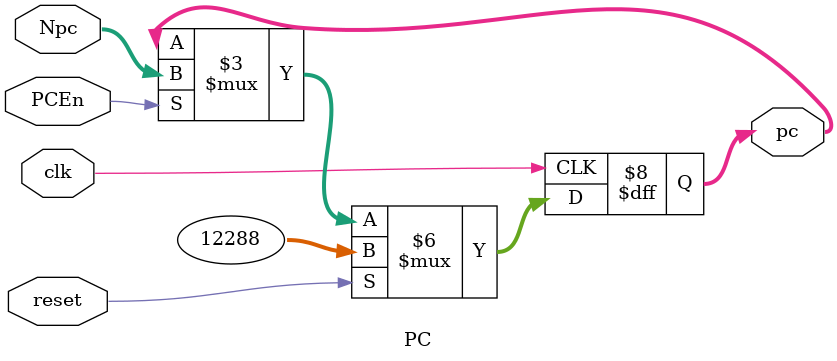
<source format=v>
`timescale 1ns / 1ps

module PC(clk, reset, PCEn, Npc, pc);
   input clk;
   input reset;
	input PCEn;
   input wire[31:0] Npc;
   output reg [31:0] pc;
	
	initial begin
		pc <= 32'h0000_3000;
	end
	
	always @(posedge clk) begin
		if(reset)begin
			pc <= 32'h0000_3000;
		end
		else if(PCEn)begin
			pc <= Npc;
		end
	end
	

endmodule

</source>
